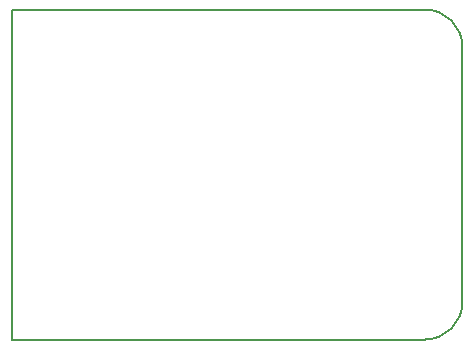
<source format=gbr>
%FSLAX46Y46*%
G04 Gerber Fmt 4.6, Leading zero omitted, Abs format (unit mm)*
G04 Created by KiCad (PCBNEW (2014-08-29 BZR 5106)-product) date Fri 17 Oct 2014 02:56:12 PM PDT*
%MOMM*%
G01*
G04 APERTURE LIST*
%ADD10C,0.100000*%
%ADD11C,0.200000*%
G04 APERTURE END LIST*
D10*
D11*
X127000000Y-87630000D02*
X161925000Y-87630000D01*
X127000000Y-87630000D02*
X127000000Y-115570000D01*
X127000000Y-115570000D02*
X161925000Y-115570000D01*
X165100000Y-90805000D02*
X165100000Y-112395000D01*
X165100000Y-90805000D02*
G75*
G03X161925000Y-87630000I-3175000J0D01*
G74*
G01*
X161925000Y-115570000D02*
G75*
G03X165100000Y-112395000I0J3175000D01*
G74*
G01*
M02*

</source>
